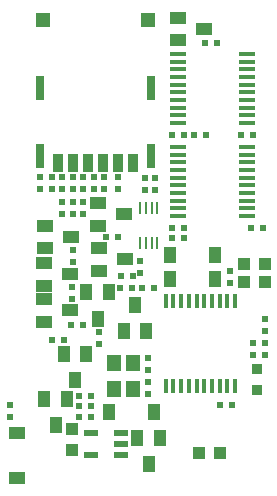
<source format=gbr>
G04 #@! TF.GenerationSoftware,KiCad,Pcbnew,6.0.0-unknown-d4e9ddc~100~ubuntu18.04.1*
G04 #@! TF.CreationDate,2019-08-02T11:15:37+03:00*
G04 #@! TF.ProjectId,NB-IoT-DevKit_Rev_B,4e422d49-6f54-42d4-9465-764b69745f52,B*
G04 #@! TF.SameCoordinates,Original*
G04 #@! TF.FileFunction,Paste,Bot*
G04 #@! TF.FilePolarity,Positive*
%FSLAX46Y46*%
G04 Gerber Fmt 4.6, Leading zero omitted, Abs format (unit mm)*
G04 Created by KiCad (PCBNEW 6.0.0-unknown-d4e9ddc~100~ubuntu18.04.1) date 2019-08-02 11:15:37*
%MOMM*%
%LPD*%
G04 APERTURE LIST*
%ADD10R,1.400000X1.000000*%
%ADD11R,0.550000X0.500000*%
%ADD12R,0.500000X0.550000*%
%ADD13R,1.000000X1.400000*%
%ADD14R,1.016000X1.016000*%
%ADD15R,0.230000X0.980000*%
%ADD16R,1.284000X1.254000*%
%ADD17R,0.804000X2.054000*%
%ADD18R,0.904000X1.554000*%
%ADD19R,1.400000X0.350000*%
%ADD20R,0.325000X1.270000*%
%ADD21R,1.200000X1.400000*%
%ADD22R,1.200000X0.550000*%
%ADD23R,0.914400X0.914400*%
G04 APERTURE END LIST*
D10*
X138973560Y-83118960D03*
X138973560Y-81216500D03*
X141183360Y-82171540D03*
D11*
X137668000Y-78359000D03*
X137668000Y-77343000D03*
D12*
X138303000Y-93726000D03*
X137287000Y-93726000D03*
X146177000Y-71628000D03*
X145161000Y-71628000D03*
D11*
X135890000Y-77343000D03*
X135890000Y-78359000D03*
D12*
X137287000Y-94615000D03*
X138303000Y-94615000D03*
X148971000Y-63817500D03*
X147955000Y-63817500D03*
X140779500Y-84582000D03*
X141795500Y-84582000D03*
D13*
X148839000Y-83820000D03*
X145039000Y-83820000D03*
X148839000Y-81788000D03*
X145039000Y-81788000D03*
D10*
X141138000Y-78359000D03*
X138938000Y-77409000D03*
X138938000Y-79309000D03*
D14*
X147447000Y-98552000D03*
X149225000Y-98552000D03*
D11*
X136715500Y-84518500D03*
X136715500Y-85534500D03*
D12*
X145161000Y-80391000D03*
X146177000Y-80391000D03*
D15*
X142442500Y-77801682D03*
X142942500Y-77801682D03*
X143442500Y-77801682D03*
X143942500Y-77801682D03*
X143942500Y-80801682D03*
X143442500Y-80801682D03*
X142942500Y-80801682D03*
X142442500Y-80801682D03*
D16*
X143149000Y-61928000D03*
X134219000Y-61928000D03*
D17*
X143389000Y-73398000D03*
X133979000Y-73398000D03*
X143389000Y-67648000D03*
X133979000Y-67648000D03*
D18*
X139319000Y-74018000D03*
X141859000Y-74018000D03*
X135509000Y-74018000D03*
X136779000Y-74018000D03*
X138049000Y-74018000D03*
X140589000Y-74018000D03*
D19*
X151490000Y-64766000D03*
X151490000Y-65416000D03*
X151490000Y-66066000D03*
X151490000Y-66716000D03*
X151490000Y-67366000D03*
X151490000Y-68016000D03*
X151490000Y-68666000D03*
X151490000Y-69316000D03*
X151490000Y-69966000D03*
X151490000Y-70616000D03*
X145690000Y-70616000D03*
X145690000Y-69966000D03*
X145690000Y-69316000D03*
X145690000Y-68666000D03*
X145690000Y-68016000D03*
X145690000Y-67366000D03*
X145690000Y-66716000D03*
X145690000Y-66066000D03*
X145690000Y-65416000D03*
X145690000Y-64766000D03*
X151490000Y-72640000D03*
X151490000Y-73290000D03*
X151490000Y-73940000D03*
X151490000Y-74590000D03*
X151490000Y-75240000D03*
X151490000Y-75890000D03*
X151490000Y-76540000D03*
X151490000Y-77190000D03*
X151490000Y-77840000D03*
X151490000Y-78490000D03*
X145690000Y-78490000D03*
X145690000Y-77840000D03*
X145690000Y-77190000D03*
X145690000Y-76540000D03*
X145690000Y-75890000D03*
X145690000Y-75240000D03*
X145690000Y-74590000D03*
X145690000Y-73940000D03*
X145690000Y-73290000D03*
X145690000Y-72640000D03*
D20*
X150499000Y-92900500D03*
X149849000Y-92900500D03*
X149199000Y-92900500D03*
X148549000Y-92900500D03*
X147899000Y-92900500D03*
X147249000Y-92900500D03*
X146599000Y-92900500D03*
X145949000Y-92900500D03*
X145299000Y-92900500D03*
X144649000Y-92900500D03*
X144649000Y-85661500D03*
X145299000Y-85661500D03*
X145949000Y-85661500D03*
X146599000Y-85661500D03*
X147249000Y-85661500D03*
X147899000Y-85661500D03*
X148549000Y-85661500D03*
X149199000Y-85661500D03*
X149849000Y-85661500D03*
X150499000Y-85661500D03*
D13*
X142242540Y-97282000D03*
X144145000Y-97282000D03*
X143189960Y-99491800D03*
D11*
X136779000Y-77343000D03*
X136779000Y-78359000D03*
D14*
X136715500Y-96520000D03*
X136715500Y-98298000D03*
X153035000Y-84074000D03*
X151257000Y-84074000D03*
D12*
X150241000Y-94488000D03*
X149225000Y-94488000D03*
D11*
X143129000Y-90551000D03*
X143129000Y-91567000D03*
X143129000Y-93599000D03*
X143129000Y-92583000D03*
D12*
X143637000Y-84582000D03*
X142621000Y-84582000D03*
X145161000Y-79502000D03*
X146177000Y-79502000D03*
X152844500Y-79502000D03*
X151828500Y-79502000D03*
D14*
X151257000Y-82550000D03*
X153035000Y-82550000D03*
D12*
X147066000Y-71628000D03*
X148082000Y-71628000D03*
X152019000Y-71628000D03*
X151003000Y-71628000D03*
D11*
X140589000Y-76200000D03*
X140589000Y-75184000D03*
X138557000Y-75184000D03*
X138557000Y-76200000D03*
X137668000Y-75184000D03*
X137668000Y-76200000D03*
D12*
X135001000Y-75184000D03*
X133985000Y-75184000D03*
D10*
X132080000Y-96901000D03*
X132080000Y-100701000D03*
D13*
X139832000Y-95123000D03*
X143632000Y-95123000D03*
X136019540Y-90170000D03*
X137922000Y-90170000D03*
X136966960Y-92379800D03*
X134368540Y-94015560D03*
X136271000Y-94015560D03*
X135315960Y-96225360D03*
D10*
X134401560Y-81213960D03*
X134401560Y-79311500D03*
X136611360Y-80266540D03*
D21*
X140297000Y-90975000D03*
X141897000Y-93175000D03*
X140297000Y-93175000D03*
X141897000Y-90975000D03*
D11*
X139001500Y-88328500D03*
X139001500Y-89344500D03*
X131445000Y-95504000D03*
X131445000Y-94488000D03*
D12*
X137287000Y-95504000D03*
X138303000Y-95504000D03*
D11*
X136779000Y-82359500D03*
X136779000Y-81343500D03*
D12*
X135001000Y-88963500D03*
X136017000Y-88963500D03*
D11*
X152019000Y-89281000D03*
X152019000Y-90297000D03*
D12*
X136652000Y-87693500D03*
X137668000Y-87693500D03*
X141859000Y-83566000D03*
X140843000Y-83566000D03*
X139573000Y-80264000D03*
X140589000Y-80264000D03*
D11*
X150114000Y-83185000D03*
X150114000Y-84201000D03*
X142875000Y-75311000D03*
X142875000Y-76327000D03*
X143764000Y-75311000D03*
X143764000Y-76327000D03*
X153035000Y-88265000D03*
X153035000Y-87249000D03*
X153035000Y-89281000D03*
X153035000Y-90297000D03*
X142494000Y-83312000D03*
X142494000Y-82296000D03*
D12*
X135001000Y-76200000D03*
X133985000Y-76200000D03*
D11*
X139446000Y-76200000D03*
X139446000Y-75184000D03*
X136779000Y-76200000D03*
X136779000Y-75184000D03*
X135890000Y-76200000D03*
X135890000Y-75184000D03*
D13*
X137924540Y-84963000D03*
X139827000Y-84963000D03*
X138871960Y-87172800D03*
D10*
X134366000Y-84388960D03*
X134366000Y-82486500D03*
X136575800Y-83441540D03*
X134366000Y-87429340D03*
X134366000Y-85526880D03*
X136575800Y-86481920D03*
D13*
X142999460Y-88229440D03*
X141097000Y-88229440D03*
X142052040Y-86019640D03*
D10*
X145669000Y-63624460D03*
X145669000Y-61722000D03*
X147878800Y-62677040D03*
D22*
X140873000Y-96837500D03*
X140873000Y-97787500D03*
X140873000Y-98737500D03*
X138273000Y-96837500D03*
X138273000Y-98737500D03*
D23*
X152400000Y-91440000D03*
X152400000Y-93218000D03*
M02*

</source>
